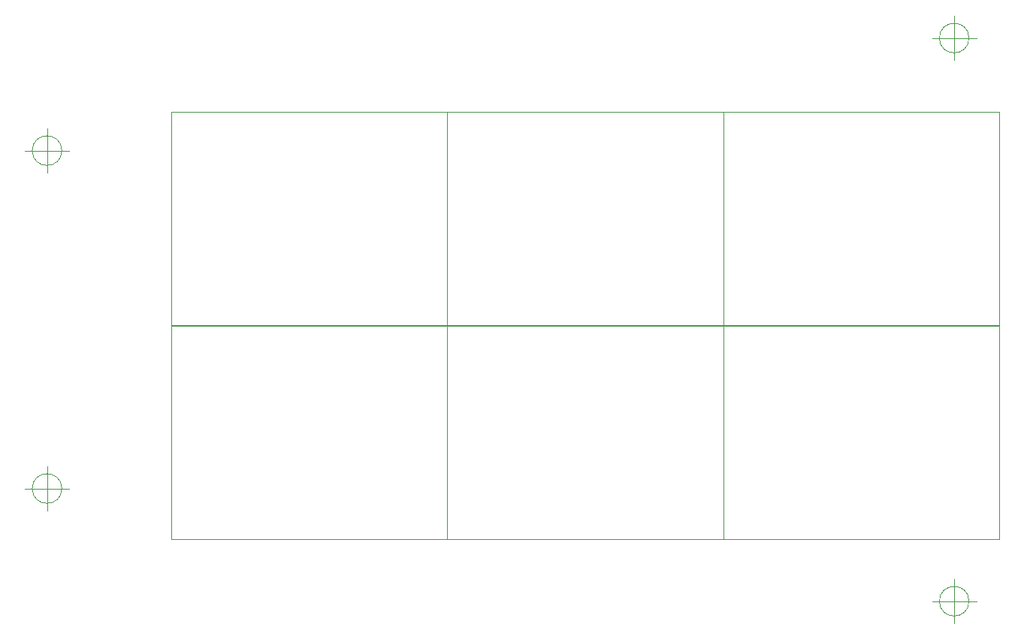
<source format=gbr>
%TF.GenerationSoftware,KiCad,Pcbnew,6.0.11-2627ca5db0~126~ubuntu20.04.1*%
%TF.CreationDate,2023-02-20T15:15:06+01:00*%
%TF.ProjectId,ecran-duplication,65637261-6e2d-4647-9570-6c6963617469,V1.0*%
%TF.SameCoordinates,Original*%
%TF.FileFunction,Profile,NP*%
%FSLAX46Y46*%
G04 Gerber Fmt 4.6, Leading zero omitted, Abs format (unit mm)*
G04 Created by KiCad (PCBNEW 6.0.11-2627ca5db0~126~ubuntu20.04.1) date 2023-02-20 15:15:06*
%MOMM*%
%LPD*%
G01*
G04 APERTURE LIST*
%TA.AperFunction,Profile*%
%ADD10C,0.100000*%
%TD*%
G04 APERTURE END LIST*
D10*
X158115000Y-113650000D02*
X158115000Y-89650000D01*
X189230000Y-89520000D02*
X158115000Y-89520000D01*
X189230000Y-113650000D02*
X158115000Y-113650000D01*
X127000000Y-113650000D02*
X127000000Y-89650000D01*
X189230000Y-89650000D02*
X189230000Y-113650000D01*
X158115000Y-65520000D02*
X158115000Y-89520000D01*
X158115000Y-89520000D02*
X158115000Y-65520000D01*
X95885000Y-113650000D02*
X95885000Y-89650000D01*
X158115000Y-89650000D02*
X158115000Y-113650000D01*
X127000000Y-65520000D02*
X158115000Y-65520000D01*
X189230000Y-65520000D02*
X189230000Y-89520000D01*
X127000000Y-89650000D02*
X158115000Y-89650000D01*
X127000000Y-89650000D02*
X127000000Y-113650000D01*
X158115000Y-89520000D02*
X127000000Y-89520000D01*
X127000000Y-89520000D02*
X127000000Y-65520000D01*
X158115000Y-89650000D02*
X189230000Y-89650000D01*
X95885000Y-65520000D02*
X127000000Y-65520000D01*
X95885000Y-89520000D02*
X95885000Y-65520000D01*
X158115000Y-65520000D02*
X189230000Y-65520000D01*
X127000000Y-89520000D02*
X95885000Y-89520000D01*
X127000000Y-113650000D02*
X95885000Y-113650000D01*
X127000000Y-65520000D02*
X127000000Y-89520000D01*
X95885000Y-89650000D02*
X127000000Y-89650000D01*
X158115000Y-113650000D02*
X127000000Y-113650000D01*
X83581666Y-107950000D02*
G75*
G03*
X83581666Y-107950000I-1666666J0D01*
G01*
X79415000Y-107950000D02*
X84415000Y-107950000D01*
X81915000Y-105450000D02*
X81915000Y-110450000D01*
X185816666Y-57150000D02*
G75*
G03*
X185816666Y-57150000I-1666666J0D01*
G01*
X181650000Y-57150000D02*
X186650000Y-57150000D01*
X184150000Y-54650000D02*
X184150000Y-59650000D01*
X185816666Y-120650000D02*
G75*
G03*
X185816666Y-120650000I-1666666J0D01*
G01*
X181650000Y-120650000D02*
X186650000Y-120650000D01*
X184150000Y-118150000D02*
X184150000Y-123150000D01*
X83581666Y-69850000D02*
G75*
G03*
X83581666Y-69850000I-1666666J0D01*
G01*
X79415000Y-69850000D02*
X84415000Y-69850000D01*
X81915000Y-67350000D02*
X81915000Y-72350000D01*
M02*

</source>
